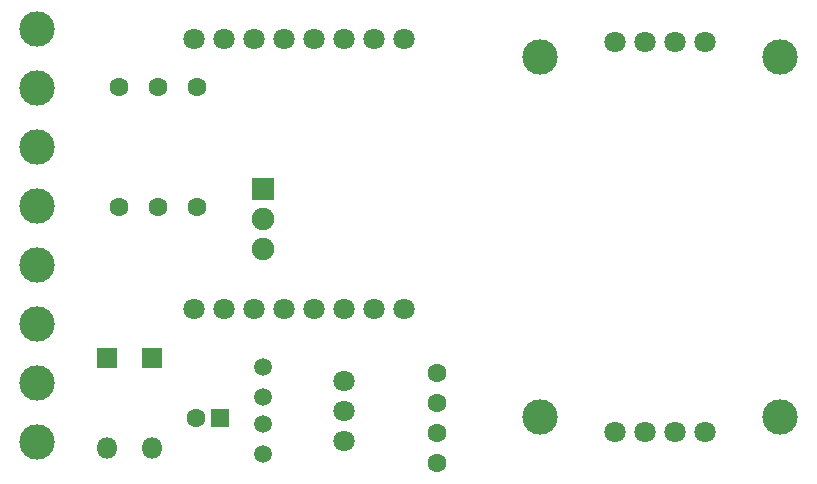
<source format=gbs>
G04 #@! TF.GenerationSoftware,KiCad,Pcbnew,(5.1.8)-1*
G04 #@! TF.CreationDate,2021-01-11T10:59:45+01:00*
G04 #@! TF.ProjectId,wifiOiler01,77696669-4f69-46c6-9572-30312e6b6963,4.1*
G04 #@! TF.SameCoordinates,Original*
G04 #@! TF.FileFunction,Soldermask,Bot*
G04 #@! TF.FilePolarity,Negative*
%FSLAX46Y46*%
G04 Gerber Fmt 4.6, Leading zero omitted, Abs format (unit mm)*
G04 Created by KiCad (PCBNEW (5.1.8)-1) date 2021-01-11 10:59:45*
%MOMM*%
%LPD*%
G01*
G04 APERTURE LIST*
%ADD10C,1.600000*%
%ADD11R,1.600000X1.600000*%
%ADD12C,1.800000*%
%ADD13C,3.000000*%
%ADD14C,1.500000*%
%ADD15C,1.900000*%
%ADD16R,1.900000X1.900000*%
%ADD17O,1.800000X1.800000*%
%ADD18R,1.800000X1.800000*%
G04 APERTURE END LIST*
D10*
X126905000Y-137795000D03*
D11*
X128905000Y-137795000D03*
D12*
X164930000Y-105970000D03*
X162390000Y-105970000D03*
X167470000Y-105970000D03*
X170010000Y-105970000D03*
D13*
X176360000Y-107240000D03*
X156040000Y-107240000D03*
X176360000Y-137720000D03*
X156040000Y-137720000D03*
D10*
X127000000Y-109728000D03*
X127000000Y-119888000D03*
D12*
X139395000Y-134620000D03*
X139395000Y-137160000D03*
X139395000Y-139700000D03*
D14*
X132588000Y-138303000D03*
X132588000Y-140843000D03*
X132588000Y-136017000D03*
X132588000Y-133477000D03*
D10*
X120396000Y-109728000D03*
X120396000Y-119888000D03*
X123698000Y-109728000D03*
X123698000Y-119888000D03*
D15*
X132588000Y-123444000D03*
X132588000Y-120904000D03*
D16*
X132588000Y-118364000D03*
D13*
X113446470Y-139840000D03*
X113446470Y-134840000D03*
X113446470Y-129840000D03*
X113446470Y-124840000D03*
X113446470Y-119840000D03*
X113446470Y-114840000D03*
X113446470Y-109840000D03*
X113446470Y-104840000D03*
D12*
X126746000Y-128524000D03*
X129286000Y-128524000D03*
X131826000Y-128524000D03*
X134366000Y-128524000D03*
X136906000Y-128524000D03*
X139446000Y-128524000D03*
X141986000Y-128524000D03*
X144526000Y-128524000D03*
X126746000Y-105664000D03*
X129286000Y-105664000D03*
X131826000Y-105664000D03*
X134366000Y-105664000D03*
X136906000Y-105664000D03*
X139446000Y-105664000D03*
X141986000Y-105664000D03*
X144526000Y-105664000D03*
D10*
X147320000Y-141605000D03*
X147320000Y-139065000D03*
X147320000Y-136525000D03*
X147320000Y-133985000D03*
D17*
X119380000Y-140335000D03*
D18*
X119380000Y-132715000D03*
D17*
X123190000Y-140335000D03*
D18*
X123190000Y-132715000D03*
D13*
X176360000Y-107240000D03*
X156040000Y-107240000D03*
X176360000Y-137720000D03*
X156040000Y-137720000D03*
D12*
X162390000Y-138990000D03*
X164930000Y-138990000D03*
X170010000Y-138990000D03*
X167470000Y-138990000D03*
M02*

</source>
